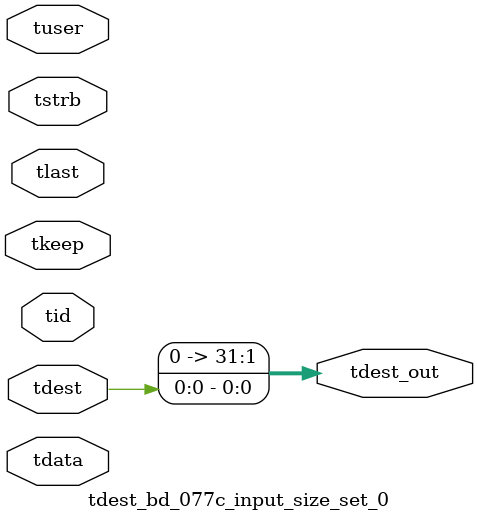
<source format=v>


`timescale 1ps/1ps

module tdest_bd_077c_input_size_set_0 #
(
parameter C_S_AXIS_TDATA_WIDTH = 32,
parameter C_S_AXIS_TUSER_WIDTH = 0,
parameter C_S_AXIS_TID_WIDTH   = 0,
parameter C_S_AXIS_TDEST_WIDTH = 0,
parameter C_M_AXIS_TDEST_WIDTH = 32
)
(
input  [(C_S_AXIS_TDATA_WIDTH == 0 ? 1 : C_S_AXIS_TDATA_WIDTH)-1:0     ] tdata,
input  [(C_S_AXIS_TUSER_WIDTH == 0 ? 1 : C_S_AXIS_TUSER_WIDTH)-1:0     ] tuser,
input  [(C_S_AXIS_TID_WIDTH   == 0 ? 1 : C_S_AXIS_TID_WIDTH)-1:0       ] tid,
input  [(C_S_AXIS_TDEST_WIDTH == 0 ? 1 : C_S_AXIS_TDEST_WIDTH)-1:0     ] tdest,
input  [(C_S_AXIS_TDATA_WIDTH/8)-1:0 ] tkeep,
input  [(C_S_AXIS_TDATA_WIDTH/8)-1:0 ] tstrb,
input                                                                    tlast,
output [C_M_AXIS_TDEST_WIDTH-1:0] tdest_out
);

assign tdest_out = {tdest[0:0]};

endmodule


</source>
